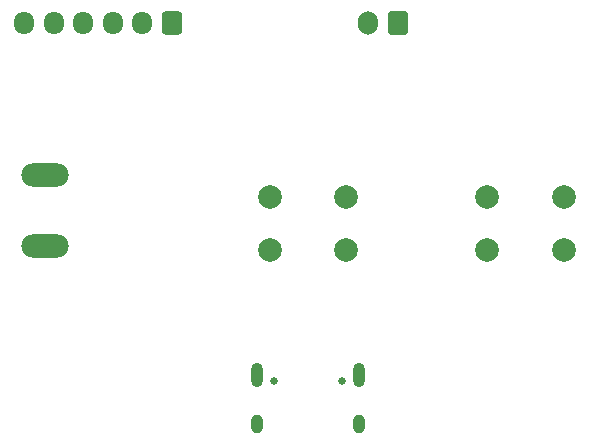
<source format=gbr>
%TF.GenerationSoftware,KiCad,Pcbnew,(6.0.5)*%
%TF.CreationDate,2022-10-18T17:57:13+09:00*%
%TF.ProjectId,IO_Board,494f5f42-6f61-4726-942e-6b696361645f,rev?*%
%TF.SameCoordinates,Original*%
%TF.FileFunction,Soldermask,Bot*%
%TF.FilePolarity,Negative*%
%FSLAX46Y46*%
G04 Gerber Fmt 4.6, Leading zero omitted, Abs format (unit mm)*
G04 Created by KiCad (PCBNEW (6.0.5)) date 2022-10-18 17:57:13*
%MOMM*%
%LPD*%
G01*
G04 APERTURE LIST*
G04 Aperture macros list*
%AMRoundRect*
0 Rectangle with rounded corners*
0 $1 Rounding radius*
0 $2 $3 $4 $5 $6 $7 $8 $9 X,Y pos of 4 corners*
0 Add a 4 corners polygon primitive as box body*
4,1,4,$2,$3,$4,$5,$6,$7,$8,$9,$2,$3,0*
0 Add four circle primitives for the rounded corners*
1,1,$1+$1,$2,$3*
1,1,$1+$1,$4,$5*
1,1,$1+$1,$6,$7*
1,1,$1+$1,$8,$9*
0 Add four rect primitives between the rounded corners*
20,1,$1+$1,$2,$3,$4,$5,0*
20,1,$1+$1,$4,$5,$6,$7,0*
20,1,$1+$1,$6,$7,$8,$9,0*
20,1,$1+$1,$8,$9,$2,$3,0*%
G04 Aperture macros list end*
%ADD10C,0.650000*%
%ADD11O,1.000000X2.100000*%
%ADD12O,1.000000X1.600000*%
%ADD13C,2.000000*%
%ADD14O,4.000000X2.000000*%
%ADD15RoundRect,0.250000X0.600000X0.750000X-0.600000X0.750000X-0.600000X-0.750000X0.600000X-0.750000X0*%
%ADD16O,1.700000X2.000000*%
%ADD17RoundRect,0.250000X0.600000X0.725000X-0.600000X0.725000X-0.600000X-0.725000X0.600000X-0.725000X0*%
%ADD18O,1.700000X1.950000*%
G04 APERTURE END LIST*
D10*
%TO.C,J1*%
X148240000Y-107250000D03*
X154020000Y-107250000D03*
D11*
X155450000Y-106750000D03*
X146810000Y-106750000D03*
D12*
X155450000Y-110930000D03*
X146810000Y-110930000D03*
%TD*%
D13*
%TO.C,SW1*%
X147880000Y-91730000D03*
X154380000Y-91730000D03*
X147880000Y-96230000D03*
X154380000Y-96230000D03*
%TD*%
%TO.C,SW2*%
X166295000Y-91730000D03*
X172795000Y-91730000D03*
X166295000Y-96230000D03*
X172795000Y-96230000D03*
%TD*%
D14*
%TO.C,SW3*%
X128905000Y-95885000D03*
X128905000Y-89885000D03*
%TD*%
D15*
%TO.C,J3*%
X158730000Y-76945000D03*
D16*
X156230000Y-76945000D03*
%TD*%
D17*
%TO.C,J2*%
X139600000Y-76945000D03*
D18*
X137100000Y-76945000D03*
X134600000Y-76945000D03*
X132100000Y-76945000D03*
X129600000Y-76945000D03*
X127100000Y-76945000D03*
%TD*%
M02*

</source>
